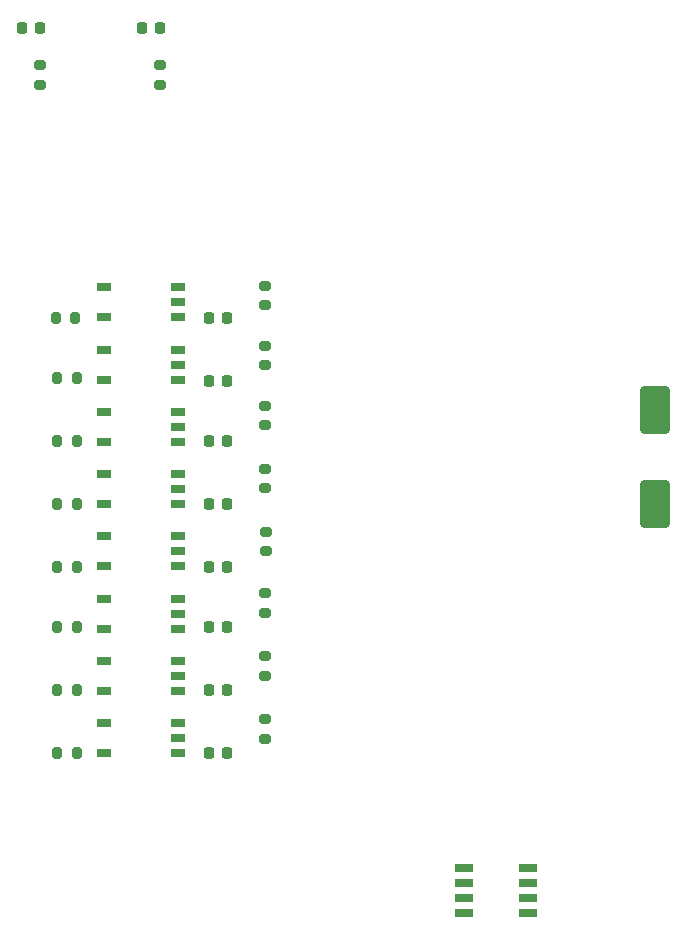
<source format=gtp>
%TF.GenerationSoftware,KiCad,Pcbnew,8.0.3*%
%TF.CreationDate,2024-10-23T14:54:12+09:00*%
%TF.ProjectId,ALTAIR_SERVO_MODULE_V5,414c5441-4952-45f5-9345-52564f5f4d4f,rev?*%
%TF.SameCoordinates,Original*%
%TF.FileFunction,Paste,Top*%
%TF.FilePolarity,Positive*%
%FSLAX46Y46*%
G04 Gerber Fmt 4.6, Leading zero omitted, Abs format (unit mm)*
G04 Created by KiCad (PCBNEW 8.0.3) date 2024-10-23 14:54:12*
%MOMM*%
%LPD*%
G01*
G04 APERTURE LIST*
G04 Aperture macros list*
%AMRoundRect*
0 Rectangle with rounded corners*
0 $1 Rounding radius*
0 $2 $3 $4 $5 $6 $7 $8 $9 X,Y pos of 4 corners*
0 Add a 4 corners polygon primitive as box body*
4,1,4,$2,$3,$4,$5,$6,$7,$8,$9,$2,$3,0*
0 Add four circle primitives for the rounded corners*
1,1,$1+$1,$2,$3*
1,1,$1+$1,$4,$5*
1,1,$1+$1,$6,$7*
1,1,$1+$1,$8,$9*
0 Add four rect primitives between the rounded corners*
20,1,$1+$1,$2,$3,$4,$5,0*
20,1,$1+$1,$4,$5,$6,$7,0*
20,1,$1+$1,$6,$7,$8,$9,0*
20,1,$1+$1,$8,$9,$2,$3,0*%
G04 Aperture macros list end*
%ADD10RoundRect,0.200000X-0.275000X0.200000X-0.275000X-0.200000X0.275000X-0.200000X0.275000X0.200000X0*%
%ADD11RoundRect,0.200000X0.200000X0.275000X-0.200000X0.275000X-0.200000X-0.275000X0.200000X-0.275000X0*%
%ADD12RoundRect,0.218750X-0.218750X-0.256250X0.218750X-0.256250X0.218750X0.256250X-0.218750X0.256250X0*%
%ADD13R,1.200000X0.800000*%
%ADD14RoundRect,0.225000X-0.225000X-0.250000X0.225000X-0.250000X0.225000X0.250000X-0.225000X0.250000X0*%
%ADD15R,1.525000X0.650000*%
%ADD16RoundRect,0.250000X-1.000000X1.750000X-1.000000X-1.750000X1.000000X-1.750000X1.000000X1.750000X0*%
G04 APERTURE END LIST*
D10*
%TO.C,R18*%
X144735465Y-109349703D03*
X144735465Y-110999703D03*
%TD*%
%TO.C,R17*%
X144800381Y-104017475D03*
X144800381Y-105667475D03*
%TD*%
%TO.C,R16*%
X144780000Y-98680000D03*
X144780000Y-100330000D03*
%TD*%
%TO.C,R15*%
X144818759Y-93457564D03*
X144818759Y-95107564D03*
%TD*%
%TO.C,R14*%
X144810269Y-88156080D03*
X144810269Y-89806080D03*
%TD*%
%TO.C,R13*%
X144780000Y-82805000D03*
X144780000Y-84455000D03*
%TD*%
%TO.C,R4*%
X144780000Y-77725000D03*
X144780000Y-79375000D03*
%TD*%
%TO.C,R2*%
X144780000Y-72645000D03*
X144780000Y-74295000D03*
%TD*%
D11*
%TO.C,R10*%
X128828000Y-101541870D03*
X127178000Y-101541870D03*
%TD*%
D12*
%TO.C,LED3*%
X124155000Y-50800000D03*
X125730000Y-50800000D03*
%TD*%
D13*
%TO.C,IC1*%
X131114000Y-72781740D03*
X131114000Y-75321740D03*
X137414000Y-75321740D03*
X137414000Y-74051740D03*
X137414000Y-72781740D03*
%TD*%
D14*
%TO.C,C15*%
X140004000Y-91127870D03*
X141554000Y-91127870D03*
%TD*%
D11*
%TO.C,R6*%
X128828000Y-80459870D03*
X127178000Y-80459870D03*
%TD*%
%TO.C,R12*%
X128828000Y-112209870D03*
X127178000Y-112209870D03*
%TD*%
D14*
%TO.C,C18*%
X140004000Y-106875870D03*
X141554000Y-106875870D03*
%TD*%
D13*
%TO.C,IC8*%
X131114000Y-109662710D03*
X131114000Y-112202710D03*
X137414000Y-112202710D03*
X137414000Y-110932710D03*
X137414000Y-109662710D03*
%TD*%
D11*
%TO.C,R9*%
X128828000Y-96461870D03*
X127178000Y-96461870D03*
%TD*%
%TO.C,R5*%
X128700000Y-75379870D03*
X127050000Y-75379870D03*
%TD*%
D10*
%TO.C,R1*%
X135890000Y-53976000D03*
X135890000Y-55626000D03*
%TD*%
D11*
%TO.C,R7*%
X128828000Y-85793870D03*
X127178000Y-85793870D03*
%TD*%
D14*
%TO.C,C13*%
X140030000Y-80713870D03*
X141580000Y-80713870D03*
%TD*%
D13*
%TO.C,IC2*%
X131114000Y-78050450D03*
X131114000Y-80590450D03*
X137414000Y-80590450D03*
X137414000Y-79320450D03*
X137414000Y-78050450D03*
%TD*%
D11*
%TO.C,R8*%
X128828000Y-91127870D03*
X127178000Y-91127870D03*
%TD*%
D10*
%TO.C,R3*%
X125730000Y-53976000D03*
X125730000Y-55626000D03*
%TD*%
D13*
%TO.C,IC3*%
X131114000Y-83319160D03*
X131114000Y-85859160D03*
X137414000Y-85859160D03*
X137414000Y-84589160D03*
X137414000Y-83319160D03*
%TD*%
D14*
%TO.C,C16*%
X140004000Y-96461870D03*
X141554000Y-96461870D03*
%TD*%
%TO.C,C17*%
X140004000Y-101541870D03*
X141554000Y-101541870D03*
%TD*%
%TO.C,C19*%
X140004000Y-112209870D03*
X141554000Y-112209870D03*
%TD*%
%TO.C,C12*%
X140030000Y-75379870D03*
X141580000Y-75379870D03*
%TD*%
D15*
%TO.C,S2*%
X161581000Y-121920000D03*
X161581000Y-123190000D03*
X161581000Y-124460000D03*
X161581000Y-125730000D03*
X167005000Y-125730000D03*
X167005000Y-124460000D03*
X167005000Y-123190000D03*
X167005000Y-121920000D03*
%TD*%
D16*
%TO.C,C9*%
X177800000Y-83122000D03*
X177800000Y-91122000D03*
%TD*%
D14*
%TO.C,C14*%
X140004000Y-85793870D03*
X141554000Y-85793870D03*
%TD*%
D13*
%TO.C,IC5*%
X131114000Y-93856580D03*
X131114000Y-96396580D03*
X137414000Y-96396580D03*
X137414000Y-95126580D03*
X137414000Y-93856580D03*
%TD*%
%TO.C,IC6*%
X131114000Y-99125290D03*
X131114000Y-101665290D03*
X137414000Y-101665290D03*
X137414000Y-100395290D03*
X137414000Y-99125290D03*
%TD*%
%TO.C,IC4*%
X131114000Y-88587870D03*
X131114000Y-91127870D03*
X137414000Y-91127870D03*
X137414000Y-89857870D03*
X137414000Y-88587870D03*
%TD*%
D12*
%TO.C,LED1*%
X134315000Y-50800000D03*
X135890000Y-50800000D03*
%TD*%
D13*
%TO.C,IC7*%
X131114000Y-104394000D03*
X131114000Y-106934000D03*
X137414000Y-106934000D03*
X137414000Y-105664000D03*
X137414000Y-104394000D03*
%TD*%
D11*
%TO.C,R11*%
X128828000Y-106875870D03*
X127178000Y-106875870D03*
%TD*%
M02*

</source>
